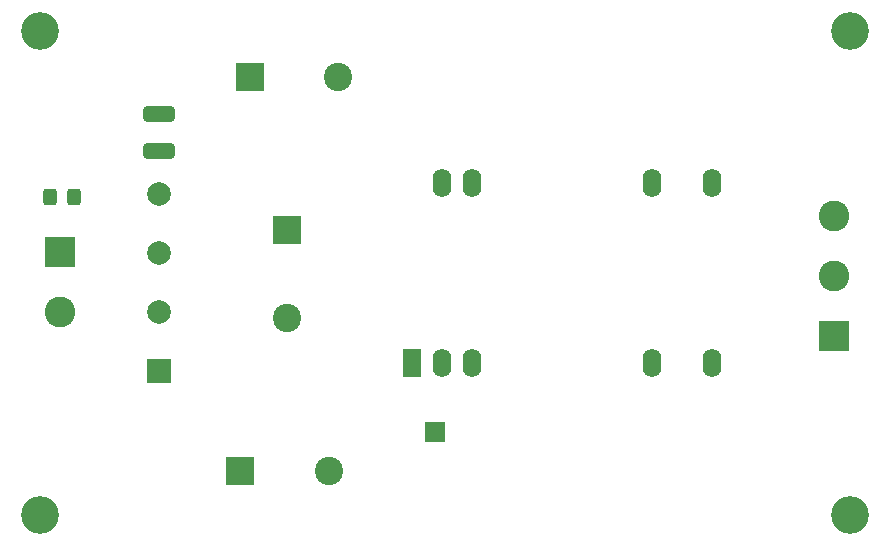
<source format=gts>
G04 #@! TF.GenerationSoftware,KiCad,Pcbnew,(6.0.6)*
G04 #@! TF.CreationDate,2022-08-27T12:40:56+02:00*
G04 #@! TF.ProjectId,afe-power-supply,6166652d-706f-4776-9572-2d737570706c,rev?*
G04 #@! TF.SameCoordinates,Original*
G04 #@! TF.FileFunction,Soldermask,Top*
G04 #@! TF.FilePolarity,Negative*
%FSLAX46Y46*%
G04 Gerber Fmt 4.6, Leading zero omitted, Abs format (unit mm)*
G04 Created by KiCad (PCBNEW (6.0.6)) date 2022-08-27 12:40:56*
%MOMM*%
%LPD*%
G01*
G04 APERTURE LIST*
G04 Aperture macros list*
%AMRoundRect*
0 Rectangle with rounded corners*
0 $1 Rounding radius*
0 $2 $3 $4 $5 $6 $7 $8 $9 X,Y pos of 4 corners*
0 Add a 4 corners polygon primitive as box body*
4,1,4,$2,$3,$4,$5,$6,$7,$8,$9,$2,$3,0*
0 Add four circle primitives for the rounded corners*
1,1,$1+$1,$2,$3*
1,1,$1+$1,$4,$5*
1,1,$1+$1,$6,$7*
1,1,$1+$1,$8,$9*
0 Add four rect primitives between the rounded corners*
20,1,$1+$1,$2,$3,$4,$5,0*
20,1,$1+$1,$4,$5,$6,$7,0*
20,1,$1+$1,$6,$7,$8,$9,0*
20,1,$1+$1,$8,$9,$2,$3,0*%
G04 Aperture macros list end*
%ADD10C,3.200000*%
%ADD11RoundRect,0.250000X1.075000X-0.400000X1.075000X0.400000X-1.075000X0.400000X-1.075000X-0.400000X0*%
%ADD12R,2.400000X2.400000*%
%ADD13C,2.400000*%
%ADD14R,2.600000X2.600000*%
%ADD15C,2.600000*%
%ADD16R,1.700000X1.700000*%
%ADD17R,1.600000X2.400000*%
%ADD18O,1.600000X2.400000*%
%ADD19RoundRect,0.250000X-0.325000X-0.450000X0.325000X-0.450000X0.325000X0.450000X-0.325000X0.450000X0*%
%ADD20R,2.000000X2.000000*%
%ADD21C,2.000000*%
G04 APERTURE END LIST*
D10*
X145350000Y-58300000D03*
X145350000Y-17350000D03*
X76800000Y-58300000D03*
X76800000Y-17350000D03*
D11*
X86870000Y-24340000D03*
X86870000Y-27440000D03*
D12*
X94537246Y-21200000D03*
D13*
X102037246Y-21200000D03*
D14*
X78495000Y-36055000D03*
D15*
X78495000Y-41135000D03*
D14*
X144000000Y-43160000D03*
D15*
X144000000Y-38080000D03*
X144000000Y-33000000D03*
D16*
X110250000Y-51250000D03*
D17*
X108250000Y-45400000D03*
D18*
X110790000Y-45400000D03*
X113330000Y-45400000D03*
X128570000Y-45400000D03*
X133650000Y-45400000D03*
X133650000Y-30160000D03*
X128570000Y-30160000D03*
X113330000Y-30160000D03*
X110790000Y-30160000D03*
D19*
X77625000Y-31400000D03*
X79675000Y-31400000D03*
D12*
X97700000Y-34137246D03*
D13*
X97700000Y-41637246D03*
D20*
X86867500Y-46107500D03*
D21*
X86867500Y-41107500D03*
X86867500Y-36107500D03*
X86867500Y-31107500D03*
D12*
X93750000Y-54550000D03*
D13*
X101250000Y-54550000D03*
M02*

</source>
